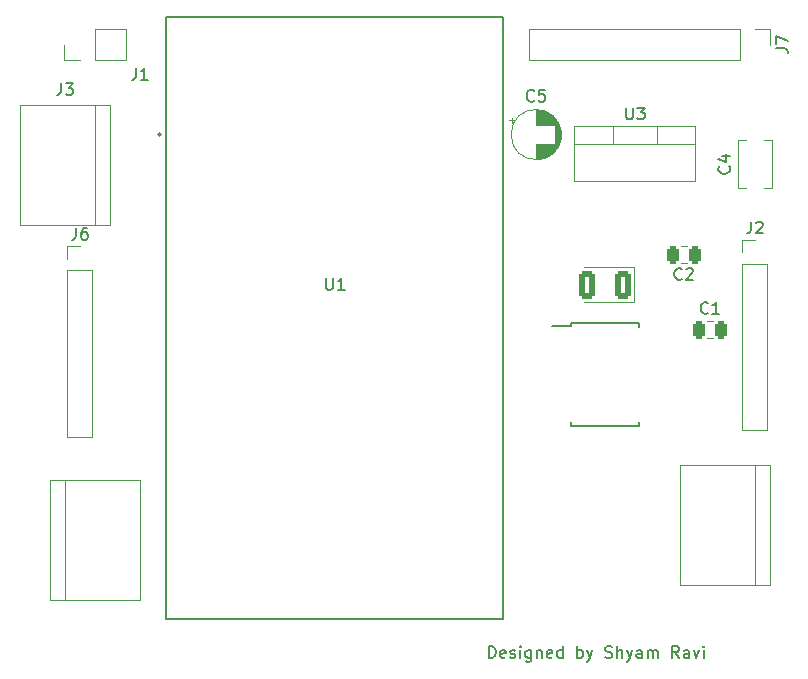
<source format=gto>
%TF.GenerationSoftware,KiCad,Pcbnew,7.0.5*%
%TF.CreationDate,2023-06-02T21:27:16+04:00*%
%TF.ProjectId,Line Follower PID,4c696e65-2046-46f6-9c6c-6f7765722050,rev?*%
%TF.SameCoordinates,Original*%
%TF.FileFunction,Legend,Top*%
%TF.FilePolarity,Positive*%
%FSLAX46Y46*%
G04 Gerber Fmt 4.6, Leading zero omitted, Abs format (unit mm)*
G04 Created by KiCad (PCBNEW 7.0.5) date 2023-06-02 21:27:16*
%MOMM*%
%LPD*%
G01*
G04 APERTURE LIST*
G04 Aperture macros list*
%AMRoundRect*
0 Rectangle with rounded corners*
0 $1 Rounding radius*
0 $2 $3 $4 $5 $6 $7 $8 $9 X,Y pos of 4 corners*
0 Add a 4 corners polygon primitive as box body*
4,1,4,$2,$3,$4,$5,$6,$7,$8,$9,$2,$3,0*
0 Add four circle primitives for the rounded corners*
1,1,$1+$1,$2,$3*
1,1,$1+$1,$4,$5*
1,1,$1+$1,$6,$7*
1,1,$1+$1,$8,$9*
0 Add four rect primitives between the rounded corners*
20,1,$1+$1,$2,$3,$4,$5,0*
20,1,$1+$1,$4,$5,$6,$7,0*
20,1,$1+$1,$6,$7,$8,$9,0*
20,1,$1+$1,$8,$9,$2,$3,0*%
G04 Aperture macros list end*
%ADD10C,0.150000*%
%ADD11C,0.127000*%
%ADD12C,0.200000*%
%ADD13C,0.120000*%
%ADD14C,3.000000*%
%ADD15R,2.000000X2.000000*%
%ADD16C,2.000000*%
%ADD17R,1.700000X1.700000*%
%ADD18O,1.700000X1.700000*%
%ADD19C,1.600000*%
%ADD20R,1.350000X1.350000*%
%ADD21O,1.350000X1.350000*%
%ADD22R,1.200000X1.200000*%
%ADD23C,1.200000*%
%ADD24R,1.750000X0.450000*%
%ADD25RoundRect,0.250000X0.412500X0.925000X-0.412500X0.925000X-0.412500X-0.925000X0.412500X-0.925000X0*%
%ADD26RoundRect,0.250000X-0.250000X-0.475000X0.250000X-0.475000X0.250000X0.475000X-0.250000X0.475000X0*%
%ADD27R,3.000000X3.000000*%
%ADD28R,1.905000X2.000000*%
%ADD29O,1.905000X2.000000*%
%ADD30RoundRect,0.250000X0.250000X0.475000X-0.250000X0.475000X-0.250000X-0.475000X0.250000X-0.475000X0*%
G04 APERTURE END LIST*
D10*
X140036779Y-128139819D02*
X140036779Y-127139819D01*
X140036779Y-127139819D02*
X140274874Y-127139819D01*
X140274874Y-127139819D02*
X140417731Y-127187438D01*
X140417731Y-127187438D02*
X140512969Y-127282676D01*
X140512969Y-127282676D02*
X140560588Y-127377914D01*
X140560588Y-127377914D02*
X140608207Y-127568390D01*
X140608207Y-127568390D02*
X140608207Y-127711247D01*
X140608207Y-127711247D02*
X140560588Y-127901723D01*
X140560588Y-127901723D02*
X140512969Y-127996961D01*
X140512969Y-127996961D02*
X140417731Y-128092200D01*
X140417731Y-128092200D02*
X140274874Y-128139819D01*
X140274874Y-128139819D02*
X140036779Y-128139819D01*
X141417731Y-128092200D02*
X141322493Y-128139819D01*
X141322493Y-128139819D02*
X141132017Y-128139819D01*
X141132017Y-128139819D02*
X141036779Y-128092200D01*
X141036779Y-128092200D02*
X140989160Y-127996961D01*
X140989160Y-127996961D02*
X140989160Y-127616009D01*
X140989160Y-127616009D02*
X141036779Y-127520771D01*
X141036779Y-127520771D02*
X141132017Y-127473152D01*
X141132017Y-127473152D02*
X141322493Y-127473152D01*
X141322493Y-127473152D02*
X141417731Y-127520771D01*
X141417731Y-127520771D02*
X141465350Y-127616009D01*
X141465350Y-127616009D02*
X141465350Y-127711247D01*
X141465350Y-127711247D02*
X140989160Y-127806485D01*
X141846303Y-128092200D02*
X141941541Y-128139819D01*
X141941541Y-128139819D02*
X142132017Y-128139819D01*
X142132017Y-128139819D02*
X142227255Y-128092200D01*
X142227255Y-128092200D02*
X142274874Y-127996961D01*
X142274874Y-127996961D02*
X142274874Y-127949342D01*
X142274874Y-127949342D02*
X142227255Y-127854104D01*
X142227255Y-127854104D02*
X142132017Y-127806485D01*
X142132017Y-127806485D02*
X141989160Y-127806485D01*
X141989160Y-127806485D02*
X141893922Y-127758866D01*
X141893922Y-127758866D02*
X141846303Y-127663628D01*
X141846303Y-127663628D02*
X141846303Y-127616009D01*
X141846303Y-127616009D02*
X141893922Y-127520771D01*
X141893922Y-127520771D02*
X141989160Y-127473152D01*
X141989160Y-127473152D02*
X142132017Y-127473152D01*
X142132017Y-127473152D02*
X142227255Y-127520771D01*
X142703446Y-128139819D02*
X142703446Y-127473152D01*
X142703446Y-127139819D02*
X142655827Y-127187438D01*
X142655827Y-127187438D02*
X142703446Y-127235057D01*
X142703446Y-127235057D02*
X142751065Y-127187438D01*
X142751065Y-127187438D02*
X142703446Y-127139819D01*
X142703446Y-127139819D02*
X142703446Y-127235057D01*
X143608207Y-127473152D02*
X143608207Y-128282676D01*
X143608207Y-128282676D02*
X143560588Y-128377914D01*
X143560588Y-128377914D02*
X143512969Y-128425533D01*
X143512969Y-128425533D02*
X143417731Y-128473152D01*
X143417731Y-128473152D02*
X143274874Y-128473152D01*
X143274874Y-128473152D02*
X143179636Y-128425533D01*
X143608207Y-128092200D02*
X143512969Y-128139819D01*
X143512969Y-128139819D02*
X143322493Y-128139819D01*
X143322493Y-128139819D02*
X143227255Y-128092200D01*
X143227255Y-128092200D02*
X143179636Y-128044580D01*
X143179636Y-128044580D02*
X143132017Y-127949342D01*
X143132017Y-127949342D02*
X143132017Y-127663628D01*
X143132017Y-127663628D02*
X143179636Y-127568390D01*
X143179636Y-127568390D02*
X143227255Y-127520771D01*
X143227255Y-127520771D02*
X143322493Y-127473152D01*
X143322493Y-127473152D02*
X143512969Y-127473152D01*
X143512969Y-127473152D02*
X143608207Y-127520771D01*
X144084398Y-127473152D02*
X144084398Y-128139819D01*
X144084398Y-127568390D02*
X144132017Y-127520771D01*
X144132017Y-127520771D02*
X144227255Y-127473152D01*
X144227255Y-127473152D02*
X144370112Y-127473152D01*
X144370112Y-127473152D02*
X144465350Y-127520771D01*
X144465350Y-127520771D02*
X144512969Y-127616009D01*
X144512969Y-127616009D02*
X144512969Y-128139819D01*
X145370112Y-128092200D02*
X145274874Y-128139819D01*
X145274874Y-128139819D02*
X145084398Y-128139819D01*
X145084398Y-128139819D02*
X144989160Y-128092200D01*
X144989160Y-128092200D02*
X144941541Y-127996961D01*
X144941541Y-127996961D02*
X144941541Y-127616009D01*
X144941541Y-127616009D02*
X144989160Y-127520771D01*
X144989160Y-127520771D02*
X145084398Y-127473152D01*
X145084398Y-127473152D02*
X145274874Y-127473152D01*
X145274874Y-127473152D02*
X145370112Y-127520771D01*
X145370112Y-127520771D02*
X145417731Y-127616009D01*
X145417731Y-127616009D02*
X145417731Y-127711247D01*
X145417731Y-127711247D02*
X144941541Y-127806485D01*
X146274874Y-128139819D02*
X146274874Y-127139819D01*
X146274874Y-128092200D02*
X146179636Y-128139819D01*
X146179636Y-128139819D02*
X145989160Y-128139819D01*
X145989160Y-128139819D02*
X145893922Y-128092200D01*
X145893922Y-128092200D02*
X145846303Y-128044580D01*
X145846303Y-128044580D02*
X145798684Y-127949342D01*
X145798684Y-127949342D02*
X145798684Y-127663628D01*
X145798684Y-127663628D02*
X145846303Y-127568390D01*
X145846303Y-127568390D02*
X145893922Y-127520771D01*
X145893922Y-127520771D02*
X145989160Y-127473152D01*
X145989160Y-127473152D02*
X146179636Y-127473152D01*
X146179636Y-127473152D02*
X146274874Y-127520771D01*
X147512970Y-128139819D02*
X147512970Y-127139819D01*
X147512970Y-127520771D02*
X147608208Y-127473152D01*
X147608208Y-127473152D02*
X147798684Y-127473152D01*
X147798684Y-127473152D02*
X147893922Y-127520771D01*
X147893922Y-127520771D02*
X147941541Y-127568390D01*
X147941541Y-127568390D02*
X147989160Y-127663628D01*
X147989160Y-127663628D02*
X147989160Y-127949342D01*
X147989160Y-127949342D02*
X147941541Y-128044580D01*
X147941541Y-128044580D02*
X147893922Y-128092200D01*
X147893922Y-128092200D02*
X147798684Y-128139819D01*
X147798684Y-128139819D02*
X147608208Y-128139819D01*
X147608208Y-128139819D02*
X147512970Y-128092200D01*
X148322494Y-127473152D02*
X148560589Y-128139819D01*
X148798684Y-127473152D02*
X148560589Y-128139819D01*
X148560589Y-128139819D02*
X148465351Y-128377914D01*
X148465351Y-128377914D02*
X148417732Y-128425533D01*
X148417732Y-128425533D02*
X148322494Y-128473152D01*
X149893923Y-128092200D02*
X150036780Y-128139819D01*
X150036780Y-128139819D02*
X150274875Y-128139819D01*
X150274875Y-128139819D02*
X150370113Y-128092200D01*
X150370113Y-128092200D02*
X150417732Y-128044580D01*
X150417732Y-128044580D02*
X150465351Y-127949342D01*
X150465351Y-127949342D02*
X150465351Y-127854104D01*
X150465351Y-127854104D02*
X150417732Y-127758866D01*
X150417732Y-127758866D02*
X150370113Y-127711247D01*
X150370113Y-127711247D02*
X150274875Y-127663628D01*
X150274875Y-127663628D02*
X150084399Y-127616009D01*
X150084399Y-127616009D02*
X149989161Y-127568390D01*
X149989161Y-127568390D02*
X149941542Y-127520771D01*
X149941542Y-127520771D02*
X149893923Y-127425533D01*
X149893923Y-127425533D02*
X149893923Y-127330295D01*
X149893923Y-127330295D02*
X149941542Y-127235057D01*
X149941542Y-127235057D02*
X149989161Y-127187438D01*
X149989161Y-127187438D02*
X150084399Y-127139819D01*
X150084399Y-127139819D02*
X150322494Y-127139819D01*
X150322494Y-127139819D02*
X150465351Y-127187438D01*
X150893923Y-128139819D02*
X150893923Y-127139819D01*
X151322494Y-128139819D02*
X151322494Y-127616009D01*
X151322494Y-127616009D02*
X151274875Y-127520771D01*
X151274875Y-127520771D02*
X151179637Y-127473152D01*
X151179637Y-127473152D02*
X151036780Y-127473152D01*
X151036780Y-127473152D02*
X150941542Y-127520771D01*
X150941542Y-127520771D02*
X150893923Y-127568390D01*
X151703447Y-127473152D02*
X151941542Y-128139819D01*
X152179637Y-127473152D02*
X151941542Y-128139819D01*
X151941542Y-128139819D02*
X151846304Y-128377914D01*
X151846304Y-128377914D02*
X151798685Y-128425533D01*
X151798685Y-128425533D02*
X151703447Y-128473152D01*
X152989161Y-128139819D02*
X152989161Y-127616009D01*
X152989161Y-127616009D02*
X152941542Y-127520771D01*
X152941542Y-127520771D02*
X152846304Y-127473152D01*
X152846304Y-127473152D02*
X152655828Y-127473152D01*
X152655828Y-127473152D02*
X152560590Y-127520771D01*
X152989161Y-128092200D02*
X152893923Y-128139819D01*
X152893923Y-128139819D02*
X152655828Y-128139819D01*
X152655828Y-128139819D02*
X152560590Y-128092200D01*
X152560590Y-128092200D02*
X152512971Y-127996961D01*
X152512971Y-127996961D02*
X152512971Y-127901723D01*
X152512971Y-127901723D02*
X152560590Y-127806485D01*
X152560590Y-127806485D02*
X152655828Y-127758866D01*
X152655828Y-127758866D02*
X152893923Y-127758866D01*
X152893923Y-127758866D02*
X152989161Y-127711247D01*
X153465352Y-128139819D02*
X153465352Y-127473152D01*
X153465352Y-127568390D02*
X153512971Y-127520771D01*
X153512971Y-127520771D02*
X153608209Y-127473152D01*
X153608209Y-127473152D02*
X153751066Y-127473152D01*
X153751066Y-127473152D02*
X153846304Y-127520771D01*
X153846304Y-127520771D02*
X153893923Y-127616009D01*
X153893923Y-127616009D02*
X153893923Y-128139819D01*
X153893923Y-127616009D02*
X153941542Y-127520771D01*
X153941542Y-127520771D02*
X154036780Y-127473152D01*
X154036780Y-127473152D02*
X154179637Y-127473152D01*
X154179637Y-127473152D02*
X154274876Y-127520771D01*
X154274876Y-127520771D02*
X154322495Y-127616009D01*
X154322495Y-127616009D02*
X154322495Y-128139819D01*
X156132018Y-128139819D02*
X155798685Y-127663628D01*
X155560590Y-128139819D02*
X155560590Y-127139819D01*
X155560590Y-127139819D02*
X155941542Y-127139819D01*
X155941542Y-127139819D02*
X156036780Y-127187438D01*
X156036780Y-127187438D02*
X156084399Y-127235057D01*
X156084399Y-127235057D02*
X156132018Y-127330295D01*
X156132018Y-127330295D02*
X156132018Y-127473152D01*
X156132018Y-127473152D02*
X156084399Y-127568390D01*
X156084399Y-127568390D02*
X156036780Y-127616009D01*
X156036780Y-127616009D02*
X155941542Y-127663628D01*
X155941542Y-127663628D02*
X155560590Y-127663628D01*
X156989161Y-128139819D02*
X156989161Y-127616009D01*
X156989161Y-127616009D02*
X156941542Y-127520771D01*
X156941542Y-127520771D02*
X156846304Y-127473152D01*
X156846304Y-127473152D02*
X156655828Y-127473152D01*
X156655828Y-127473152D02*
X156560590Y-127520771D01*
X156989161Y-128092200D02*
X156893923Y-128139819D01*
X156893923Y-128139819D02*
X156655828Y-128139819D01*
X156655828Y-128139819D02*
X156560590Y-128092200D01*
X156560590Y-128092200D02*
X156512971Y-127996961D01*
X156512971Y-127996961D02*
X156512971Y-127901723D01*
X156512971Y-127901723D02*
X156560590Y-127806485D01*
X156560590Y-127806485D02*
X156655828Y-127758866D01*
X156655828Y-127758866D02*
X156893923Y-127758866D01*
X156893923Y-127758866D02*
X156989161Y-127711247D01*
X157370114Y-127473152D02*
X157608209Y-128139819D01*
X157608209Y-128139819D02*
X157846304Y-127473152D01*
X158227257Y-128139819D02*
X158227257Y-127473152D01*
X158227257Y-127139819D02*
X158179638Y-127187438D01*
X158179638Y-127187438D02*
X158227257Y-127235057D01*
X158227257Y-127235057D02*
X158274876Y-127187438D01*
X158274876Y-127187438D02*
X158227257Y-127139819D01*
X158227257Y-127139819D02*
X158227257Y-127235057D01*
%TO.C,U1*%
X126238095Y-95974819D02*
X126238095Y-96784342D01*
X126238095Y-96784342D02*
X126285714Y-96879580D01*
X126285714Y-96879580D02*
X126333333Y-96927200D01*
X126333333Y-96927200D02*
X126428571Y-96974819D01*
X126428571Y-96974819D02*
X126619047Y-96974819D01*
X126619047Y-96974819D02*
X126714285Y-96927200D01*
X126714285Y-96927200D02*
X126761904Y-96879580D01*
X126761904Y-96879580D02*
X126809523Y-96784342D01*
X126809523Y-96784342D02*
X126809523Y-95974819D01*
X127809523Y-96974819D02*
X127238095Y-96974819D01*
X127523809Y-96974819D02*
X127523809Y-95974819D01*
X127523809Y-95974819D02*
X127428571Y-96117676D01*
X127428571Y-96117676D02*
X127333333Y-96212914D01*
X127333333Y-96212914D02*
X127238095Y-96260533D01*
%TO.C,J1*%
X110156666Y-78194819D02*
X110156666Y-78909104D01*
X110156666Y-78909104D02*
X110109047Y-79051961D01*
X110109047Y-79051961D02*
X110013809Y-79147200D01*
X110013809Y-79147200D02*
X109870952Y-79194819D01*
X109870952Y-79194819D02*
X109775714Y-79194819D01*
X111156666Y-79194819D02*
X110585238Y-79194819D01*
X110870952Y-79194819D02*
X110870952Y-78194819D01*
X110870952Y-78194819D02*
X110775714Y-78337676D01*
X110775714Y-78337676D02*
X110680476Y-78432914D01*
X110680476Y-78432914D02*
X110585238Y-78480533D01*
%TO.C,C4*%
X160369580Y-86506666D02*
X160417200Y-86554285D01*
X160417200Y-86554285D02*
X160464819Y-86697142D01*
X160464819Y-86697142D02*
X160464819Y-86792380D01*
X160464819Y-86792380D02*
X160417200Y-86935237D01*
X160417200Y-86935237D02*
X160321961Y-87030475D01*
X160321961Y-87030475D02*
X160226723Y-87078094D01*
X160226723Y-87078094D02*
X160036247Y-87125713D01*
X160036247Y-87125713D02*
X159893390Y-87125713D01*
X159893390Y-87125713D02*
X159702914Y-87078094D01*
X159702914Y-87078094D02*
X159607676Y-87030475D01*
X159607676Y-87030475D02*
X159512438Y-86935237D01*
X159512438Y-86935237D02*
X159464819Y-86792380D01*
X159464819Y-86792380D02*
X159464819Y-86697142D01*
X159464819Y-86697142D02*
X159512438Y-86554285D01*
X159512438Y-86554285D02*
X159560057Y-86506666D01*
X159798152Y-85649523D02*
X160464819Y-85649523D01*
X159417200Y-85887618D02*
X160131485Y-86125713D01*
X160131485Y-86125713D02*
X160131485Y-85506666D01*
%TO.C,J6*%
X105076666Y-91724819D02*
X105076666Y-92439104D01*
X105076666Y-92439104D02*
X105029047Y-92581961D01*
X105029047Y-92581961D02*
X104933809Y-92677200D01*
X104933809Y-92677200D02*
X104790952Y-92724819D01*
X104790952Y-92724819D02*
X104695714Y-92724819D01*
X105981428Y-91724819D02*
X105790952Y-91724819D01*
X105790952Y-91724819D02*
X105695714Y-91772438D01*
X105695714Y-91772438D02*
X105648095Y-91820057D01*
X105648095Y-91820057D02*
X105552857Y-91962914D01*
X105552857Y-91962914D02*
X105505238Y-92153390D01*
X105505238Y-92153390D02*
X105505238Y-92534342D01*
X105505238Y-92534342D02*
X105552857Y-92629580D01*
X105552857Y-92629580D02*
X105600476Y-92677200D01*
X105600476Y-92677200D02*
X105695714Y-92724819D01*
X105695714Y-92724819D02*
X105886190Y-92724819D01*
X105886190Y-92724819D02*
X105981428Y-92677200D01*
X105981428Y-92677200D02*
X106029047Y-92629580D01*
X106029047Y-92629580D02*
X106076666Y-92534342D01*
X106076666Y-92534342D02*
X106076666Y-92296247D01*
X106076666Y-92296247D02*
X106029047Y-92201009D01*
X106029047Y-92201009D02*
X105981428Y-92153390D01*
X105981428Y-92153390D02*
X105886190Y-92105771D01*
X105886190Y-92105771D02*
X105695714Y-92105771D01*
X105695714Y-92105771D02*
X105600476Y-92153390D01*
X105600476Y-92153390D02*
X105552857Y-92201009D01*
X105552857Y-92201009D02*
X105505238Y-92296247D01*
%TO.C,C5*%
X143863333Y-80929580D02*
X143815714Y-80977200D01*
X143815714Y-80977200D02*
X143672857Y-81024819D01*
X143672857Y-81024819D02*
X143577619Y-81024819D01*
X143577619Y-81024819D02*
X143434762Y-80977200D01*
X143434762Y-80977200D02*
X143339524Y-80881961D01*
X143339524Y-80881961D02*
X143291905Y-80786723D01*
X143291905Y-80786723D02*
X143244286Y-80596247D01*
X143244286Y-80596247D02*
X143244286Y-80453390D01*
X143244286Y-80453390D02*
X143291905Y-80262914D01*
X143291905Y-80262914D02*
X143339524Y-80167676D01*
X143339524Y-80167676D02*
X143434762Y-80072438D01*
X143434762Y-80072438D02*
X143577619Y-80024819D01*
X143577619Y-80024819D02*
X143672857Y-80024819D01*
X143672857Y-80024819D02*
X143815714Y-80072438D01*
X143815714Y-80072438D02*
X143863333Y-80120057D01*
X144768095Y-80024819D02*
X144291905Y-80024819D01*
X144291905Y-80024819D02*
X144244286Y-80501009D01*
X144244286Y-80501009D02*
X144291905Y-80453390D01*
X144291905Y-80453390D02*
X144387143Y-80405771D01*
X144387143Y-80405771D02*
X144625238Y-80405771D01*
X144625238Y-80405771D02*
X144720476Y-80453390D01*
X144720476Y-80453390D02*
X144768095Y-80501009D01*
X144768095Y-80501009D02*
X144815714Y-80596247D01*
X144815714Y-80596247D02*
X144815714Y-80834342D01*
X144815714Y-80834342D02*
X144768095Y-80929580D01*
X144768095Y-80929580D02*
X144720476Y-80977200D01*
X144720476Y-80977200D02*
X144625238Y-81024819D01*
X144625238Y-81024819D02*
X144387143Y-81024819D01*
X144387143Y-81024819D02*
X144291905Y-80977200D01*
X144291905Y-80977200D02*
X144244286Y-80929580D01*
%TO.C,C1*%
X158583333Y-98911580D02*
X158535714Y-98959200D01*
X158535714Y-98959200D02*
X158392857Y-99006819D01*
X158392857Y-99006819D02*
X158297619Y-99006819D01*
X158297619Y-99006819D02*
X158154762Y-98959200D01*
X158154762Y-98959200D02*
X158059524Y-98863961D01*
X158059524Y-98863961D02*
X158011905Y-98768723D01*
X158011905Y-98768723D02*
X157964286Y-98578247D01*
X157964286Y-98578247D02*
X157964286Y-98435390D01*
X157964286Y-98435390D02*
X158011905Y-98244914D01*
X158011905Y-98244914D02*
X158059524Y-98149676D01*
X158059524Y-98149676D02*
X158154762Y-98054438D01*
X158154762Y-98054438D02*
X158297619Y-98006819D01*
X158297619Y-98006819D02*
X158392857Y-98006819D01*
X158392857Y-98006819D02*
X158535714Y-98054438D01*
X158535714Y-98054438D02*
X158583333Y-98102057D01*
X159535714Y-99006819D02*
X158964286Y-99006819D01*
X159250000Y-99006819D02*
X159250000Y-98006819D01*
X159250000Y-98006819D02*
X159154762Y-98149676D01*
X159154762Y-98149676D02*
X159059524Y-98244914D01*
X159059524Y-98244914D02*
X158964286Y-98292533D01*
%TO.C,J3*%
X103806666Y-79464819D02*
X103806666Y-80179104D01*
X103806666Y-80179104D02*
X103759047Y-80321961D01*
X103759047Y-80321961D02*
X103663809Y-80417200D01*
X103663809Y-80417200D02*
X103520952Y-80464819D01*
X103520952Y-80464819D02*
X103425714Y-80464819D01*
X104187619Y-79464819D02*
X104806666Y-79464819D01*
X104806666Y-79464819D02*
X104473333Y-79845771D01*
X104473333Y-79845771D02*
X104616190Y-79845771D01*
X104616190Y-79845771D02*
X104711428Y-79893390D01*
X104711428Y-79893390D02*
X104759047Y-79941009D01*
X104759047Y-79941009D02*
X104806666Y-80036247D01*
X104806666Y-80036247D02*
X104806666Y-80274342D01*
X104806666Y-80274342D02*
X104759047Y-80369580D01*
X104759047Y-80369580D02*
X104711428Y-80417200D01*
X104711428Y-80417200D02*
X104616190Y-80464819D01*
X104616190Y-80464819D02*
X104330476Y-80464819D01*
X104330476Y-80464819D02*
X104235238Y-80417200D01*
X104235238Y-80417200D02*
X104187619Y-80369580D01*
%TO.C,U3*%
X151638095Y-81544819D02*
X151638095Y-82354342D01*
X151638095Y-82354342D02*
X151685714Y-82449580D01*
X151685714Y-82449580D02*
X151733333Y-82497200D01*
X151733333Y-82497200D02*
X151828571Y-82544819D01*
X151828571Y-82544819D02*
X152019047Y-82544819D01*
X152019047Y-82544819D02*
X152114285Y-82497200D01*
X152114285Y-82497200D02*
X152161904Y-82449580D01*
X152161904Y-82449580D02*
X152209523Y-82354342D01*
X152209523Y-82354342D02*
X152209523Y-81544819D01*
X152590476Y-81544819D02*
X153209523Y-81544819D01*
X153209523Y-81544819D02*
X152876190Y-81925771D01*
X152876190Y-81925771D02*
X153019047Y-81925771D01*
X153019047Y-81925771D02*
X153114285Y-81973390D01*
X153114285Y-81973390D02*
X153161904Y-82021009D01*
X153161904Y-82021009D02*
X153209523Y-82116247D01*
X153209523Y-82116247D02*
X153209523Y-82354342D01*
X153209523Y-82354342D02*
X153161904Y-82449580D01*
X153161904Y-82449580D02*
X153114285Y-82497200D01*
X153114285Y-82497200D02*
X153019047Y-82544819D01*
X153019047Y-82544819D02*
X152733333Y-82544819D01*
X152733333Y-82544819D02*
X152638095Y-82497200D01*
X152638095Y-82497200D02*
X152590476Y-82449580D01*
%TO.C,C2*%
X156363333Y-96019580D02*
X156315714Y-96067200D01*
X156315714Y-96067200D02*
X156172857Y-96114819D01*
X156172857Y-96114819D02*
X156077619Y-96114819D01*
X156077619Y-96114819D02*
X155934762Y-96067200D01*
X155934762Y-96067200D02*
X155839524Y-95971961D01*
X155839524Y-95971961D02*
X155791905Y-95876723D01*
X155791905Y-95876723D02*
X155744286Y-95686247D01*
X155744286Y-95686247D02*
X155744286Y-95543390D01*
X155744286Y-95543390D02*
X155791905Y-95352914D01*
X155791905Y-95352914D02*
X155839524Y-95257676D01*
X155839524Y-95257676D02*
X155934762Y-95162438D01*
X155934762Y-95162438D02*
X156077619Y-95114819D01*
X156077619Y-95114819D02*
X156172857Y-95114819D01*
X156172857Y-95114819D02*
X156315714Y-95162438D01*
X156315714Y-95162438D02*
X156363333Y-95210057D01*
X156744286Y-95210057D02*
X156791905Y-95162438D01*
X156791905Y-95162438D02*
X156887143Y-95114819D01*
X156887143Y-95114819D02*
X157125238Y-95114819D01*
X157125238Y-95114819D02*
X157220476Y-95162438D01*
X157220476Y-95162438D02*
X157268095Y-95210057D01*
X157268095Y-95210057D02*
X157315714Y-95305295D01*
X157315714Y-95305295D02*
X157315714Y-95400533D01*
X157315714Y-95400533D02*
X157268095Y-95543390D01*
X157268095Y-95543390D02*
X156696667Y-96114819D01*
X156696667Y-96114819D02*
X157315714Y-96114819D01*
%TO.C,J7*%
X164329819Y-76533333D02*
X165044104Y-76533333D01*
X165044104Y-76533333D02*
X165186961Y-76580952D01*
X165186961Y-76580952D02*
X165282200Y-76676190D01*
X165282200Y-76676190D02*
X165329819Y-76819047D01*
X165329819Y-76819047D02*
X165329819Y-76914285D01*
X164329819Y-76152380D02*
X164329819Y-75485714D01*
X164329819Y-75485714D02*
X165329819Y-75914285D01*
%TO.C,J2*%
X162226666Y-91184819D02*
X162226666Y-91899104D01*
X162226666Y-91899104D02*
X162179047Y-92041961D01*
X162179047Y-92041961D02*
X162083809Y-92137200D01*
X162083809Y-92137200D02*
X161940952Y-92184819D01*
X161940952Y-92184819D02*
X161845714Y-92184819D01*
X162655238Y-91280057D02*
X162702857Y-91232438D01*
X162702857Y-91232438D02*
X162798095Y-91184819D01*
X162798095Y-91184819D02*
X163036190Y-91184819D01*
X163036190Y-91184819D02*
X163131428Y-91232438D01*
X163131428Y-91232438D02*
X163179047Y-91280057D01*
X163179047Y-91280057D02*
X163226666Y-91375295D01*
X163226666Y-91375295D02*
X163226666Y-91470533D01*
X163226666Y-91470533D02*
X163179047Y-91613390D01*
X163179047Y-91613390D02*
X162607619Y-92184819D01*
X162607619Y-92184819D02*
X163226666Y-92184819D01*
D11*
%TO.C,U1*%
X112720000Y-73860000D02*
X123789000Y-73860000D01*
X112720000Y-73860000D02*
X141230000Y-73860000D01*
X112720000Y-124810000D02*
X112720000Y-73860000D01*
X112720000Y-124810000D02*
X112720000Y-73860000D01*
X112720000Y-124810000D02*
X118090000Y-124810000D01*
X118090000Y-124810000D02*
X135780000Y-124810000D01*
X123789000Y-73860000D02*
X130500000Y-73860000D01*
X130500000Y-73860000D02*
X141230000Y-73860000D01*
X135780000Y-124810000D02*
X141230000Y-124810000D01*
X141230000Y-73860000D02*
X141230000Y-124810000D01*
X141230000Y-73860000D02*
X141230000Y-124810000D01*
X141230000Y-124810000D02*
X112720000Y-124810000D01*
D12*
X112250000Y-83820000D02*
G75*
G03*
X112250000Y-83820000I-100000J0D01*
G01*
D13*
%TO.C,J1*%
X104080000Y-77530000D02*
X104080000Y-76200000D01*
X105410000Y-77530000D02*
X104080000Y-77530000D01*
X106680000Y-77530000D02*
X109280000Y-77530000D01*
X106680000Y-77530000D02*
X106680000Y-74870000D01*
X109280000Y-77530000D02*
X109280000Y-74870000D01*
X106680000Y-74870000D02*
X109280000Y-74870000D01*
%TO.C,C4*%
X161140000Y-88360000D02*
X161765000Y-88360000D01*
X161140000Y-88360000D02*
X161140000Y-84320000D01*
X163355000Y-88360000D02*
X163980000Y-88360000D01*
X163980000Y-88360000D02*
X163980000Y-84320000D01*
X161140000Y-84320000D02*
X161765000Y-84320000D01*
X163355000Y-84320000D02*
X163980000Y-84320000D01*
%TO.C,J6*%
X104350000Y-93270000D02*
X105410000Y-93270000D01*
X104350000Y-94330000D02*
X104350000Y-93270000D01*
X104350000Y-95330000D02*
X104350000Y-109390000D01*
X104350000Y-95330000D02*
X106470000Y-95330000D01*
X104350000Y-109390000D02*
X106470000Y-109390000D01*
X106470000Y-95330000D02*
X106470000Y-109390000D01*
%TO.C,C5*%
X141760199Y-82625000D02*
X142160199Y-82625000D01*
X141960199Y-82425000D02*
X141960199Y-82825000D01*
X144030000Y-81740000D02*
X144030000Y-82980000D01*
X144030000Y-84660000D02*
X144030000Y-85900000D01*
X144070000Y-81740000D02*
X144070000Y-82980000D01*
X144070000Y-84660000D02*
X144070000Y-85900000D01*
X144110000Y-81741000D02*
X144110000Y-82980000D01*
X144110000Y-84660000D02*
X144110000Y-85899000D01*
X144150000Y-81743000D02*
X144150000Y-82980000D01*
X144150000Y-84660000D02*
X144150000Y-85897000D01*
X144190000Y-81746000D02*
X144190000Y-82980000D01*
X144190000Y-84660000D02*
X144190000Y-85894000D01*
X144230000Y-81749000D02*
X144230000Y-82980000D01*
X144230000Y-84660000D02*
X144230000Y-85891000D01*
X144270000Y-81753000D02*
X144270000Y-82980000D01*
X144270000Y-84660000D02*
X144270000Y-85887000D01*
X144310000Y-81758000D02*
X144310000Y-82980000D01*
X144310000Y-84660000D02*
X144310000Y-85882000D01*
X144350000Y-81764000D02*
X144350000Y-82980000D01*
X144350000Y-84660000D02*
X144350000Y-85876000D01*
X144390000Y-81770000D02*
X144390000Y-82980000D01*
X144390000Y-84660000D02*
X144390000Y-85870000D01*
X144430000Y-81778000D02*
X144430000Y-82980000D01*
X144430000Y-84660000D02*
X144430000Y-85862000D01*
X144470000Y-81786000D02*
X144470000Y-82980000D01*
X144470000Y-84660000D02*
X144470000Y-85854000D01*
X144510000Y-81795000D02*
X144510000Y-82980000D01*
X144510000Y-84660000D02*
X144510000Y-85845000D01*
X144550000Y-81804000D02*
X144550000Y-82980000D01*
X144550000Y-84660000D02*
X144550000Y-85836000D01*
X144590000Y-81815000D02*
X144590000Y-82980000D01*
X144590000Y-84660000D02*
X144590000Y-85825000D01*
X144630000Y-81826000D02*
X144630000Y-82980000D01*
X144630000Y-84660000D02*
X144630000Y-85814000D01*
X144670000Y-81838000D02*
X144670000Y-82980000D01*
X144670000Y-84660000D02*
X144670000Y-85802000D01*
X144710000Y-81852000D02*
X144710000Y-82980000D01*
X144710000Y-84660000D02*
X144710000Y-85788000D01*
X144751000Y-81866000D02*
X144751000Y-82980000D01*
X144751000Y-84660000D02*
X144751000Y-85774000D01*
X144791000Y-81880000D02*
X144791000Y-82980000D01*
X144791000Y-84660000D02*
X144791000Y-85760000D01*
X144831000Y-81896000D02*
X144831000Y-82980000D01*
X144831000Y-84660000D02*
X144831000Y-85744000D01*
X144871000Y-81913000D02*
X144871000Y-82980000D01*
X144871000Y-84660000D02*
X144871000Y-85727000D01*
X144911000Y-81931000D02*
X144911000Y-82980000D01*
X144911000Y-84660000D02*
X144911000Y-85709000D01*
X144951000Y-81950000D02*
X144951000Y-82980000D01*
X144951000Y-84660000D02*
X144951000Y-85690000D01*
X144991000Y-81969000D02*
X144991000Y-82980000D01*
X144991000Y-84660000D02*
X144991000Y-85671000D01*
X145031000Y-81990000D02*
X145031000Y-82980000D01*
X145031000Y-84660000D02*
X145031000Y-85650000D01*
X145071000Y-82012000D02*
X145071000Y-82980000D01*
X145071000Y-84660000D02*
X145071000Y-85628000D01*
X145111000Y-82035000D02*
X145111000Y-82980000D01*
X145111000Y-84660000D02*
X145111000Y-85605000D01*
X145151000Y-82060000D02*
X145151000Y-82980000D01*
X145151000Y-84660000D02*
X145151000Y-85580000D01*
X145191000Y-82085000D02*
X145191000Y-82980000D01*
X145191000Y-84660000D02*
X145191000Y-85555000D01*
X145231000Y-82112000D02*
X145231000Y-82980000D01*
X145231000Y-84660000D02*
X145231000Y-85528000D01*
X145271000Y-82140000D02*
X145271000Y-82980000D01*
X145271000Y-84660000D02*
X145271000Y-85500000D01*
X145311000Y-82170000D02*
X145311000Y-82980000D01*
X145311000Y-84660000D02*
X145311000Y-85470000D01*
X145351000Y-82201000D02*
X145351000Y-82980000D01*
X145351000Y-84660000D02*
X145351000Y-85439000D01*
X145391000Y-82233000D02*
X145391000Y-82980000D01*
X145391000Y-84660000D02*
X145391000Y-85407000D01*
X145431000Y-82268000D02*
X145431000Y-82980000D01*
X145431000Y-84660000D02*
X145431000Y-85372000D01*
X145471000Y-82304000D02*
X145471000Y-82980000D01*
X145471000Y-84660000D02*
X145471000Y-85336000D01*
X145511000Y-82342000D02*
X145511000Y-82980000D01*
X145511000Y-84660000D02*
X145511000Y-85298000D01*
X145551000Y-82382000D02*
X145551000Y-82980000D01*
X145551000Y-84660000D02*
X145551000Y-85258000D01*
X145591000Y-82424000D02*
X145591000Y-82980000D01*
X145591000Y-84660000D02*
X145591000Y-85216000D01*
X145631000Y-82469000D02*
X145631000Y-85171000D01*
X145671000Y-82516000D02*
X145671000Y-85124000D01*
X145711000Y-82566000D02*
X145711000Y-85074000D01*
X145751000Y-82620000D02*
X145751000Y-85020000D01*
X145791000Y-82678000D02*
X145791000Y-84962000D01*
X145831000Y-82740000D02*
X145831000Y-84900000D01*
X145871000Y-82807000D02*
X145871000Y-84833000D01*
X145911000Y-82880000D02*
X145911000Y-84760000D01*
X145951000Y-82961000D02*
X145951000Y-84679000D01*
X145991000Y-83052000D02*
X145991000Y-84588000D01*
X146031000Y-83156000D02*
X146031000Y-84484000D01*
X146071000Y-83283000D02*
X146071000Y-84357000D01*
X146111000Y-83450000D02*
X146111000Y-84190000D01*
X146150000Y-83820000D02*
G75*
G03*
X146150000Y-83820000I-2120000J0D01*
G01*
D10*
%TO.C,U2*%
X146985000Y-99815000D02*
X146985000Y-100040000D01*
X146985000Y-99815000D02*
X152735000Y-99815000D01*
X146985000Y-100040000D02*
X145385000Y-100040000D01*
X146985000Y-108465000D02*
X146985000Y-108165000D01*
X146985000Y-108465000D02*
X152735000Y-108465000D01*
X152735000Y-99815000D02*
X152735000Y-100115000D01*
X152735000Y-108465000D02*
X152735000Y-108165000D01*
D13*
%TO.C,C3*%
X152320000Y-98030000D02*
X152320000Y-95010000D01*
X152320000Y-95010000D02*
X148110000Y-95010000D01*
X148110000Y-98030000D02*
X152320000Y-98030000D01*
%TO.C,C1*%
X158488748Y-99595000D02*
X159011252Y-99595000D01*
X158488748Y-101065000D02*
X159011252Y-101065000D01*
%TO.C,J3*%
X100330000Y-91440000D02*
X107950000Y-91440000D01*
X107950000Y-91440000D02*
X107950000Y-81280000D01*
X100330000Y-81280000D02*
X100330000Y-91440000D01*
X106680000Y-81280000D02*
X106680000Y-91440000D01*
X107950000Y-81280000D02*
X100330000Y-81280000D01*
%TO.C,U3*%
X147280000Y-83090000D02*
X147280000Y-87731000D01*
X147280000Y-83090000D02*
X157520000Y-83090000D01*
X147280000Y-84600000D02*
X157520000Y-84600000D01*
X147280000Y-87731000D02*
X157520000Y-87731000D01*
X150550000Y-83090000D02*
X150550000Y-84600000D01*
X154251000Y-83090000D02*
X154251000Y-84600000D01*
X157520000Y-83090000D02*
X157520000Y-87731000D01*
%TO.C,J5*%
X156210000Y-121920000D02*
X163830000Y-121920000D01*
X163830000Y-121920000D02*
X163830000Y-111760000D01*
X156210000Y-111760000D02*
X156210000Y-121920000D01*
X162560000Y-111760000D02*
X162560000Y-121920000D01*
X163830000Y-111760000D02*
X156210000Y-111760000D01*
%TO.C,J4*%
X110490000Y-113030000D02*
X102870000Y-113030000D01*
X102870000Y-113030000D02*
X102870000Y-123190000D01*
X110490000Y-123190000D02*
X110490000Y-113030000D01*
X104140000Y-123190000D02*
X104140000Y-113030000D01*
X102870000Y-123190000D02*
X110490000Y-123190000D01*
%TO.C,C2*%
X156791252Y-94715000D02*
X156268748Y-94715000D01*
X156791252Y-93245000D02*
X156268748Y-93245000D01*
%TO.C,J7*%
X163875000Y-74870000D02*
X163875000Y-76200000D01*
X162545000Y-74870000D02*
X163875000Y-74870000D01*
X161275000Y-74870000D02*
X143435000Y-74870000D01*
X161275000Y-74870000D02*
X161275000Y-77530000D01*
X143435000Y-74870000D02*
X143435000Y-77530000D01*
X161275000Y-77530000D02*
X143435000Y-77530000D01*
%TO.C,J2*%
X161500000Y-92730000D02*
X162560000Y-92730000D01*
X161500000Y-93790000D02*
X161500000Y-92730000D01*
X161500000Y-94790000D02*
X161500000Y-108850000D01*
X161500000Y-94790000D02*
X163620000Y-94790000D01*
X161500000Y-108850000D02*
X163620000Y-108850000D01*
X163620000Y-94790000D02*
X163620000Y-108850000D01*
%TD*%
%LPC*%
D14*
%TO.C,U1*%
X114720000Y-75860000D03*
X114720000Y-122810000D03*
X139230000Y-75860000D03*
X139230000Y-122810000D03*
D15*
X114300000Y-83820000D03*
D16*
X114300000Y-86360000D03*
X114300000Y-88900000D03*
X114300000Y-91440000D03*
X114300000Y-93980000D03*
X114300000Y-96520000D03*
X114300000Y-99060000D03*
X114300000Y-101600000D03*
X114300000Y-104140000D03*
X114300000Y-106680000D03*
X114300000Y-109220000D03*
X114300000Y-111760000D03*
X114300000Y-114300000D03*
X114300000Y-116840000D03*
X114300000Y-119380000D03*
X139700000Y-119380000D03*
X139700000Y-116840000D03*
X139700000Y-114300000D03*
X139700000Y-111760000D03*
X139700000Y-109220000D03*
X139700000Y-106680000D03*
X139700000Y-104140000D03*
X139700000Y-101600000D03*
X139700000Y-99060000D03*
X139700000Y-96520000D03*
X139700000Y-93980000D03*
X139700000Y-91440000D03*
X139700000Y-88900000D03*
X139700000Y-86360000D03*
X139700000Y-83820000D03*
%TD*%
D17*
%TO.C,J1*%
X105410000Y-76200000D03*
D18*
X107950000Y-76200000D03*
%TD*%
D19*
%TO.C,C4*%
X162560000Y-87590000D03*
X162560000Y-85090000D03*
%TD*%
D20*
%TO.C,J6*%
X105410000Y-94330000D03*
D21*
X105410000Y-96330000D03*
X105410000Y-98330000D03*
X105410000Y-100330000D03*
X105410000Y-102330000D03*
X105410000Y-104330000D03*
X105410000Y-106330000D03*
X105410000Y-108330000D03*
%TD*%
D22*
%TO.C,C5*%
X143280000Y-83820000D03*
D23*
X144780000Y-83820000D03*
%TD*%
D24*
%TO.C,U2*%
X146260000Y-100565000D03*
X146260000Y-101215000D03*
X146260000Y-101865000D03*
X146260000Y-102515000D03*
X146260000Y-103165000D03*
X146260000Y-103815000D03*
X146260000Y-104465000D03*
X146260000Y-105115000D03*
X146260000Y-105765000D03*
X146260000Y-106415000D03*
X146260000Y-107065000D03*
X146260000Y-107715000D03*
X153460000Y-107715000D03*
X153460000Y-107065000D03*
X153460000Y-106415000D03*
X153460000Y-105765000D03*
X153460000Y-105115000D03*
X153460000Y-104465000D03*
X153460000Y-103815000D03*
X153460000Y-103165000D03*
X153460000Y-102515000D03*
X153460000Y-101865000D03*
X153460000Y-101215000D03*
X153460000Y-100565000D03*
%TD*%
D25*
%TO.C,C3*%
X151397500Y-96520000D03*
X148322500Y-96520000D03*
%TD*%
D26*
%TO.C,C1*%
X157800000Y-100330000D03*
X159700000Y-100330000D03*
%TD*%
D27*
%TO.C,J3*%
X104140000Y-88900000D03*
D14*
X104140000Y-83820000D03*
%TD*%
D28*
%TO.C,U3*%
X149860000Y-86360000D03*
D29*
X152400000Y-86360000D03*
X154940000Y-86360000D03*
%TD*%
D27*
%TO.C,J5*%
X160020000Y-119380000D03*
D14*
X160020000Y-114300000D03*
%TD*%
D27*
%TO.C,J4*%
X106680000Y-115570000D03*
D14*
X106680000Y-120650000D03*
%TD*%
D30*
%TO.C,C2*%
X157480000Y-93980000D03*
X155580000Y-93980000D03*
%TD*%
D17*
%TO.C,J7*%
X162545000Y-76200000D03*
D18*
X160005000Y-76200000D03*
X157465000Y-76200000D03*
X154925000Y-76200000D03*
X152385000Y-76200000D03*
X149845000Y-76200000D03*
X147305000Y-76200000D03*
X144765000Y-76200000D03*
%TD*%
D20*
%TO.C,J2*%
X162560000Y-93790000D03*
D21*
X162560000Y-95790000D03*
X162560000Y-97790000D03*
X162560000Y-99790000D03*
X162560000Y-101790000D03*
X162560000Y-103790000D03*
X162560000Y-105790000D03*
X162560000Y-107790000D03*
%TD*%
%LPD*%
M02*

</source>
